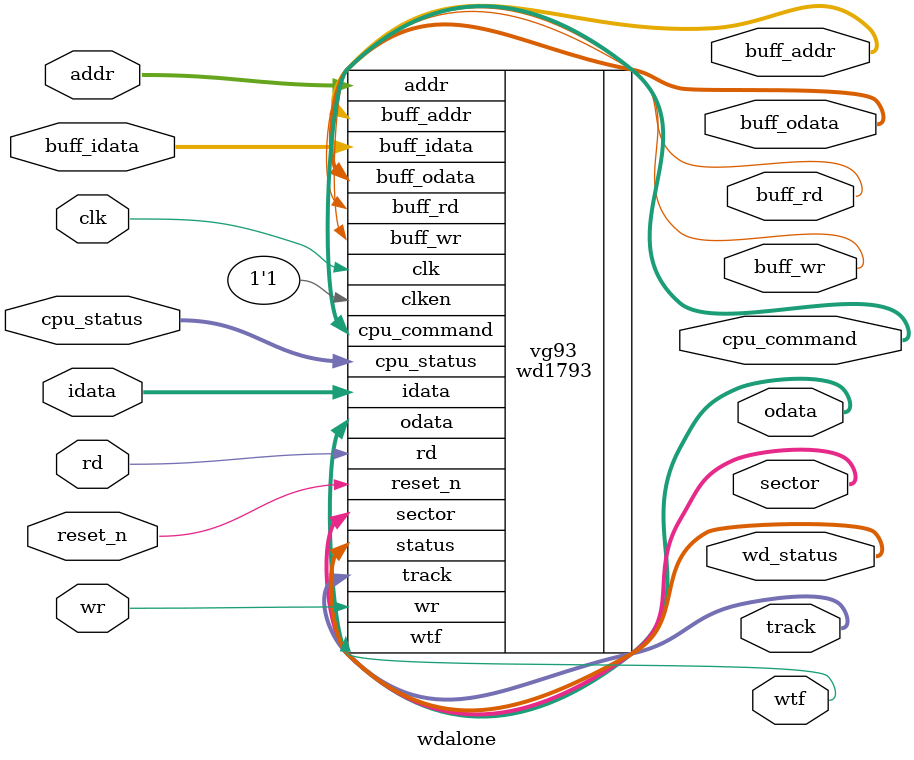
<source format=v>
`default_nettype none

module wdalone(clk, reset_n, rd, wr, addr, idata, odata, buff_addr, buff_rd, buff_wr, buff_idata, buff_odata,
				track, sector, cpu_command, cpu_status, wd_status, wtf);
				
				
input	clk;
input	reset_n;
input	rd, wr;
input	[2:0]	addr;
input	[7:0]	idata;
output	[7:0]	odata;

output 	[8:0]	buff_addr;
output			buff_rd;
output			buff_wr;
input	[7:0]	buff_idata;
output	[7:0]	buff_odata;

output	[7:0]	track;
output	[7:0]	sector;
output	[7:0]	cpu_command;
input	[7:0]	cpu_status;
output	[7:0]	wd_status;
output			wtf;


wd1793 vg93(.clk(clk), .clken(1'b1), .reset_n(reset_n),
			.rd(rd), .wr(wr), .addr(addr), .idata(idata), .odata(odata),
			.buff_addr(buff_addr), .buff_rd(buff_rd), .buff_wr(buff_wr), .buff_idata(buff_idata), .buff_odata(buff_odata),
			.track(track), .sector(sector), .cpu_command(cpu_command), .cpu_status(cpu_status), .status(wd_status), 
			.wtf(wtf));
			
endmodule
			
</source>
